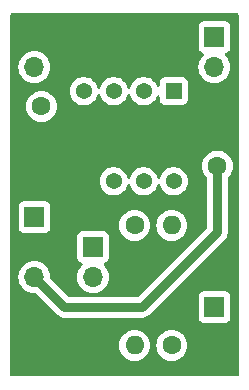
<source format=gbr>
%TF.GenerationSoftware,KiCad,Pcbnew,8.0.6*%
%TF.CreationDate,2025-02-14T15:15:11-07:00*%
%TF.ProjectId,KiCad_Curve_Tracer,4b694361-645f-4437-9572-76655f547261,rev?*%
%TF.SameCoordinates,Original*%
%TF.FileFunction,Copper,L2,Bot*%
%TF.FilePolarity,Positive*%
%FSLAX46Y46*%
G04 Gerber Fmt 4.6, Leading zero omitted, Abs format (unit mm)*
G04 Created by KiCad (PCBNEW 8.0.6) date 2025-02-14 15:15:11*
%MOMM*%
%LPD*%
G01*
G04 APERTURE LIST*
%TA.AperFunction,ComponentPad*%
%ADD10R,1.700000X1.700000*%
%TD*%
%TA.AperFunction,ComponentPad*%
%ADD11O,1.700000X1.700000*%
%TD*%
%TA.AperFunction,ComponentPad*%
%ADD12C,1.600000*%
%TD*%
%TA.AperFunction,ComponentPad*%
%ADD13O,1.600000X1.600000*%
%TD*%
%TA.AperFunction,ComponentPad*%
%ADD14R,1.371600X1.371600*%
%TD*%
%TA.AperFunction,ComponentPad*%
%ADD15C,1.371600*%
%TD*%
%TA.AperFunction,Conductor*%
%ADD16C,0.750000*%
%TD*%
G04 APERTURE END LIST*
D10*
%TO.P,J1,1,Pin_1*%
%TO.N,GND*%
X45720000Y-35560000D03*
D11*
%TO.P,J1,2,Pin_2*%
%TO.N,/opamp curve tracer/Vi*%
X45720000Y-38100000D03*
%TD*%
D10*
%TO.P,J5,1,Pin_1*%
%TO.N,/opamp curve tracer/Vo*%
X60960000Y-58420000D03*
D11*
%TO.P,J5,2,Pin_2*%
%TO.N,GND*%
X60960000Y-60960000D03*
%TD*%
D12*
%TO.P,R1,1*%
%TO.N,/opamp curve tracer/rng*%
X57340842Y-61653113D03*
D13*
%TO.P,R1,2*%
%TO.N,/opamp curve tracer/Vo*%
X57340842Y-51493113D03*
%TD*%
D10*
%TO.P,J2,1,Pin_1*%
%TO.N,/opamp curve tracer/DUT+*%
X60960000Y-35560000D03*
D11*
%TO.P,J2,2,Pin_2*%
%TO.N,/opamp curve tracer/DUT-*%
X60960000Y-38100000D03*
%TD*%
D12*
%TO.P,C2,1*%
%TO.N,/opamp curve tracer/V-*%
X46314710Y-41422000D03*
%TO.P,C2,2*%
%TO.N,GND*%
X46314710Y-43922000D03*
%TD*%
D14*
%TO.P,U1,1*%
%TO.N,/opamp curve tracer/DUT+*%
X57513415Y-40125370D03*
D15*
%TO.P,U1,2,-*%
X54973415Y-40125370D03*
%TO.P,U1,3,+*%
%TO.N,/opamp curve tracer/Vi*%
X52433415Y-40125370D03*
%TO.P,U1,4,V-*%
%TO.N,/opamp curve tracer/V-*%
X49893415Y-40125370D03*
%TO.P,U1,5,+*%
%TO.N,GND*%
X49893415Y-47745370D03*
%TO.P,U1,6,-*%
%TO.N,/opamp curve tracer/DUT-*%
X52433415Y-47745370D03*
%TO.P,U1,7*%
%TO.N,/opamp curve tracer/Vo*%
X54973415Y-47745370D03*
%TO.P,U1,8,V+*%
%TO.N,/opamp curve tracer/V+*%
X57513415Y-47745370D03*
%TD*%
D12*
%TO.P,R2,1*%
%TO.N,/opamp curve tracer/DUT-*%
X54204239Y-51493113D03*
D13*
%TO.P,R2,2*%
%TO.N,/opamp curve tracer/rng*%
X54204239Y-61653113D03*
%TD*%
D12*
%TO.P,C1,1*%
%TO.N,/opamp curve tracer/V+*%
X61214000Y-46462000D03*
%TO.P,C1,2*%
%TO.N,GND*%
X61214000Y-43962000D03*
%TD*%
D10*
%TO.P,J4,1,Pin_1*%
%TO.N,/opamp curve tracer/V-*%
X45720000Y-50800000D03*
D11*
%TO.P,J4,2,Pin_2*%
%TO.N,GND*%
X45720000Y-53340000D03*
%TO.P,J4,3,Pin_3*%
%TO.N,/opamp curve tracer/V+*%
X45720000Y-55880000D03*
%TD*%
D10*
%TO.P,J3,1,Pin_1*%
%TO.N,/opamp curve tracer/Vo*%
X50681593Y-53340000D03*
D11*
%TO.P,J3,2,Pin_2*%
%TO.N,/opamp curve tracer/rng*%
X50681593Y-55880000D03*
%TD*%
D16*
%TO.N,/opamp curve tracer/V+*%
X54864000Y-58420000D02*
X61214000Y-52070000D01*
X61214000Y-52070000D02*
X61214000Y-46462000D01*
X48260000Y-58420000D02*
X54864000Y-58420000D01*
X48260000Y-58420000D02*
X45720000Y-55880000D01*
%TD*%
%TA.AperFunction,Conductor*%
%TO.N,GND*%
G36*
X62942539Y-33540185D02*
G01*
X62988294Y-33592989D01*
X62999500Y-33644500D01*
X62999500Y-64145500D01*
X62979815Y-64212539D01*
X62927011Y-64258294D01*
X62875500Y-64269500D01*
X43804500Y-64269500D01*
X43737461Y-64249815D01*
X43691706Y-64197011D01*
X43680500Y-64145500D01*
X43680500Y-61653111D01*
X52898771Y-61653111D01*
X52898771Y-61653114D01*
X52918603Y-61879799D01*
X52918605Y-61879810D01*
X52977497Y-62099601D01*
X52977500Y-62099610D01*
X53073670Y-62305845D01*
X53073671Y-62305847D01*
X53204193Y-62492254D01*
X53365097Y-62653158D01*
X53365100Y-62653160D01*
X53551505Y-62783681D01*
X53757743Y-62879852D01*
X53977547Y-62938748D01*
X54139469Y-62952914D01*
X54204237Y-62958581D01*
X54204239Y-62958581D01*
X54204241Y-62958581D01*
X54260912Y-62953622D01*
X54430931Y-62938748D01*
X54650735Y-62879852D01*
X54856973Y-62783681D01*
X55043378Y-62653160D01*
X55204286Y-62492252D01*
X55334807Y-62305847D01*
X55430978Y-62099609D01*
X55489874Y-61879805D01*
X55509707Y-61653113D01*
X55509707Y-61653111D01*
X56035374Y-61653111D01*
X56035374Y-61653114D01*
X56055206Y-61879799D01*
X56055208Y-61879810D01*
X56114100Y-62099601D01*
X56114103Y-62099610D01*
X56210273Y-62305845D01*
X56210274Y-62305847D01*
X56340796Y-62492254D01*
X56501700Y-62653158D01*
X56501703Y-62653160D01*
X56688108Y-62783681D01*
X56894346Y-62879852D01*
X57114150Y-62938748D01*
X57276072Y-62952914D01*
X57340840Y-62958581D01*
X57340842Y-62958581D01*
X57340844Y-62958581D01*
X57397515Y-62953622D01*
X57567534Y-62938748D01*
X57787338Y-62879852D01*
X57993576Y-62783681D01*
X58179981Y-62653160D01*
X58340889Y-62492252D01*
X58471410Y-62305847D01*
X58567581Y-62099609D01*
X58626477Y-61879805D01*
X58646310Y-61653113D01*
X58626477Y-61426421D01*
X58567581Y-61206617D01*
X58471410Y-61000379D01*
X58340889Y-60813974D01*
X58340887Y-60813971D01*
X58179983Y-60653067D01*
X57993576Y-60522545D01*
X57993574Y-60522544D01*
X57787339Y-60426374D01*
X57787330Y-60426371D01*
X57567539Y-60367479D01*
X57567535Y-60367478D01*
X57567534Y-60367478D01*
X57567533Y-60367477D01*
X57567528Y-60367477D01*
X57340844Y-60347645D01*
X57340840Y-60347645D01*
X57114155Y-60367477D01*
X57114144Y-60367479D01*
X56894353Y-60426371D01*
X56894344Y-60426374D01*
X56688109Y-60522544D01*
X56688107Y-60522545D01*
X56501700Y-60653067D01*
X56340796Y-60813971D01*
X56210274Y-61000378D01*
X56210273Y-61000380D01*
X56114103Y-61206615D01*
X56114100Y-61206624D01*
X56055208Y-61426415D01*
X56055206Y-61426426D01*
X56035374Y-61653111D01*
X55509707Y-61653111D01*
X55489874Y-61426421D01*
X55430978Y-61206617D01*
X55334807Y-61000379D01*
X55204286Y-60813974D01*
X55204284Y-60813971D01*
X55043380Y-60653067D01*
X54856973Y-60522545D01*
X54856971Y-60522544D01*
X54650736Y-60426374D01*
X54650727Y-60426371D01*
X54430936Y-60367479D01*
X54430932Y-60367478D01*
X54430931Y-60367478D01*
X54430930Y-60367477D01*
X54430925Y-60367477D01*
X54204241Y-60347645D01*
X54204237Y-60347645D01*
X53977552Y-60367477D01*
X53977541Y-60367479D01*
X53757750Y-60426371D01*
X53757741Y-60426374D01*
X53551506Y-60522544D01*
X53551504Y-60522545D01*
X53365097Y-60653067D01*
X53204193Y-60813971D01*
X53073671Y-61000378D01*
X53073670Y-61000380D01*
X52977500Y-61206615D01*
X52977497Y-61206624D01*
X52918605Y-61426415D01*
X52918603Y-61426426D01*
X52898771Y-61653111D01*
X43680500Y-61653111D01*
X43680500Y-55879999D01*
X44364341Y-55879999D01*
X44364341Y-55880000D01*
X44384936Y-56115403D01*
X44384938Y-56115413D01*
X44446094Y-56343655D01*
X44446096Y-56343659D01*
X44446097Y-56343663D01*
X44545965Y-56557830D01*
X44545967Y-56557834D01*
X44654281Y-56712521D01*
X44681505Y-56751401D01*
X44848599Y-56918495D01*
X44945384Y-56986265D01*
X45042165Y-57054032D01*
X45042167Y-57054033D01*
X45042170Y-57054035D01*
X45256337Y-57153903D01*
X45484592Y-57215063D01*
X45672918Y-57231539D01*
X45719999Y-57235659D01*
X45720000Y-57235659D01*
X45770457Y-57231244D01*
X45838957Y-57245010D01*
X45868947Y-57267091D01*
X47701897Y-59100042D01*
X47701901Y-59100045D01*
X47845288Y-59195854D01*
X47845301Y-59195861D01*
X48004621Y-59261853D01*
X48004626Y-59261855D01*
X48173766Y-59295499D01*
X48173769Y-59295500D01*
X48173771Y-59295500D01*
X54950231Y-59295500D01*
X54950232Y-59295499D01*
X55119374Y-59261855D01*
X55278705Y-59195858D01*
X55422099Y-59100045D01*
X57000009Y-57522135D01*
X59609500Y-57522135D01*
X59609500Y-59317870D01*
X59609501Y-59317876D01*
X59615908Y-59377483D01*
X59666202Y-59512328D01*
X59666206Y-59512335D01*
X59752452Y-59627544D01*
X59752455Y-59627547D01*
X59867664Y-59713793D01*
X59867671Y-59713797D01*
X60002517Y-59764091D01*
X60002516Y-59764091D01*
X60009444Y-59764835D01*
X60062127Y-59770500D01*
X61857872Y-59770499D01*
X61917483Y-59764091D01*
X62052331Y-59713796D01*
X62167546Y-59627546D01*
X62253796Y-59512331D01*
X62304091Y-59377483D01*
X62310500Y-59317873D01*
X62310499Y-57522128D01*
X62304091Y-57462517D01*
X62253796Y-57327669D01*
X62253795Y-57327668D01*
X62253793Y-57327664D01*
X62167547Y-57212455D01*
X62167544Y-57212452D01*
X62052335Y-57126206D01*
X62052328Y-57126202D01*
X61917482Y-57075908D01*
X61917483Y-57075908D01*
X61857883Y-57069501D01*
X61857881Y-57069500D01*
X61857873Y-57069500D01*
X61857864Y-57069500D01*
X60062129Y-57069500D01*
X60062123Y-57069501D01*
X60002516Y-57075908D01*
X59867671Y-57126202D01*
X59867664Y-57126206D01*
X59752455Y-57212452D01*
X59752452Y-57212455D01*
X59666206Y-57327664D01*
X59666202Y-57327671D01*
X59615908Y-57462517D01*
X59610999Y-57508181D01*
X59609501Y-57522123D01*
X59609500Y-57522135D01*
X57000009Y-57522135D01*
X61894045Y-52628099D01*
X61989858Y-52484705D01*
X62055855Y-52325374D01*
X62089500Y-52156229D01*
X62089500Y-51983771D01*
X62089500Y-47477048D01*
X62109185Y-47410009D01*
X62125814Y-47389371D01*
X62214047Y-47301139D01*
X62344568Y-47114734D01*
X62440739Y-46908496D01*
X62499635Y-46688692D01*
X62519468Y-46462000D01*
X62499635Y-46235308D01*
X62440739Y-46015504D01*
X62344568Y-45809266D01*
X62214047Y-45622861D01*
X62214045Y-45622858D01*
X62053141Y-45461954D01*
X61866734Y-45331432D01*
X61866732Y-45331431D01*
X61660497Y-45235261D01*
X61660488Y-45235258D01*
X61440697Y-45176366D01*
X61440693Y-45176365D01*
X61440692Y-45176365D01*
X61440691Y-45176364D01*
X61440686Y-45176364D01*
X61214002Y-45156532D01*
X61213998Y-45156532D01*
X60987313Y-45176364D01*
X60987302Y-45176366D01*
X60767511Y-45235258D01*
X60767502Y-45235261D01*
X60561267Y-45331431D01*
X60561265Y-45331432D01*
X60374858Y-45461954D01*
X60213954Y-45622858D01*
X60083432Y-45809265D01*
X60083431Y-45809267D01*
X59987261Y-46015502D01*
X59987258Y-46015511D01*
X59928366Y-46235302D01*
X59928364Y-46235313D01*
X59908532Y-46461998D01*
X59908532Y-46462001D01*
X59928364Y-46688686D01*
X59928366Y-46688697D01*
X59987258Y-46908488D01*
X59987261Y-46908497D01*
X60083431Y-47114732D01*
X60083432Y-47114734D01*
X60213951Y-47301137D01*
X60213952Y-47301138D01*
X60213953Y-47301139D01*
X60302182Y-47389368D01*
X60335666Y-47450689D01*
X60338500Y-47477048D01*
X60338500Y-51655994D01*
X60318815Y-51723033D01*
X60302181Y-51743675D01*
X54537675Y-57508181D01*
X54476352Y-57541666D01*
X54449994Y-57544500D01*
X48674006Y-57544500D01*
X48606967Y-57524815D01*
X48586325Y-57508181D01*
X47107091Y-56028947D01*
X47073606Y-55967624D01*
X47071244Y-55930457D01*
X47075659Y-55880000D01*
X47075659Y-55879999D01*
X49325934Y-55879999D01*
X49325934Y-55880000D01*
X49346529Y-56115403D01*
X49346531Y-56115413D01*
X49407687Y-56343655D01*
X49407689Y-56343659D01*
X49407690Y-56343663D01*
X49507558Y-56557830D01*
X49507560Y-56557834D01*
X49615874Y-56712521D01*
X49643098Y-56751401D01*
X49810192Y-56918495D01*
X49906977Y-56986265D01*
X50003758Y-57054032D01*
X50003760Y-57054033D01*
X50003763Y-57054035D01*
X50217930Y-57153903D01*
X50446185Y-57215063D01*
X50634511Y-57231539D01*
X50681592Y-57235659D01*
X50681593Y-57235659D01*
X50681594Y-57235659D01*
X50720827Y-57232226D01*
X50917001Y-57215063D01*
X51145256Y-57153903D01*
X51359423Y-57054035D01*
X51552994Y-56918495D01*
X51720088Y-56751401D01*
X51855628Y-56557830D01*
X51955496Y-56343663D01*
X52016656Y-56115408D01*
X52037252Y-55880000D01*
X52016656Y-55644592D01*
X51955496Y-55416337D01*
X51855628Y-55202171D01*
X51720088Y-55008599D01*
X51598160Y-54886671D01*
X51564677Y-54825351D01*
X51569661Y-54755659D01*
X51611532Y-54699725D01*
X51642508Y-54682810D01*
X51773924Y-54633796D01*
X51889139Y-54547546D01*
X51975389Y-54432331D01*
X52025684Y-54297483D01*
X52032093Y-54237873D01*
X52032092Y-52442128D01*
X52025684Y-52382517D01*
X52006936Y-52332252D01*
X51975390Y-52247671D01*
X51975386Y-52247664D01*
X51889140Y-52132455D01*
X51889137Y-52132452D01*
X51773928Y-52046206D01*
X51773921Y-52046202D01*
X51639075Y-51995908D01*
X51639076Y-51995908D01*
X51579476Y-51989501D01*
X51579474Y-51989500D01*
X51579466Y-51989500D01*
X51579457Y-51989500D01*
X49783722Y-51989500D01*
X49783716Y-51989501D01*
X49724109Y-51995908D01*
X49589264Y-52046202D01*
X49589257Y-52046206D01*
X49474048Y-52132452D01*
X49474045Y-52132455D01*
X49387799Y-52247664D01*
X49387795Y-52247671D01*
X49337501Y-52382517D01*
X49331094Y-52442116D01*
X49331094Y-52442123D01*
X49331093Y-52442135D01*
X49331093Y-54237870D01*
X49331094Y-54237876D01*
X49337501Y-54297483D01*
X49387795Y-54432328D01*
X49387799Y-54432335D01*
X49474045Y-54547544D01*
X49474048Y-54547547D01*
X49589257Y-54633793D01*
X49589264Y-54633797D01*
X49720674Y-54682810D01*
X49776608Y-54724681D01*
X49801025Y-54790145D01*
X49786173Y-54858418D01*
X49765023Y-54886673D01*
X49643096Y-55008600D01*
X49507558Y-55202169D01*
X49507557Y-55202171D01*
X49407691Y-55416335D01*
X49407687Y-55416344D01*
X49346531Y-55644586D01*
X49346529Y-55644596D01*
X49325934Y-55879999D01*
X47075659Y-55879999D01*
X47055063Y-55644596D01*
X47055063Y-55644592D01*
X46993903Y-55416337D01*
X46894035Y-55202171D01*
X46758495Y-55008599D01*
X46758494Y-55008597D01*
X46591402Y-54841506D01*
X46591395Y-54841501D01*
X46397834Y-54705967D01*
X46397830Y-54705965D01*
X46348174Y-54682810D01*
X46183663Y-54606097D01*
X46183659Y-54606096D01*
X46183655Y-54606094D01*
X45955413Y-54544938D01*
X45955403Y-54544936D01*
X45720001Y-54524341D01*
X45719999Y-54524341D01*
X45484596Y-54544936D01*
X45484586Y-54544938D01*
X45256344Y-54606094D01*
X45256335Y-54606098D01*
X45042171Y-54705964D01*
X45042169Y-54705965D01*
X44848597Y-54841505D01*
X44681505Y-55008597D01*
X44545965Y-55202169D01*
X44545964Y-55202171D01*
X44446098Y-55416335D01*
X44446094Y-55416344D01*
X44384938Y-55644586D01*
X44384936Y-55644596D01*
X44364341Y-55879999D01*
X43680500Y-55879999D01*
X43680500Y-49902135D01*
X44369500Y-49902135D01*
X44369500Y-51697870D01*
X44369501Y-51697876D01*
X44375908Y-51757483D01*
X44426202Y-51892328D01*
X44426206Y-51892335D01*
X44512452Y-52007544D01*
X44512455Y-52007547D01*
X44627664Y-52093793D01*
X44627671Y-52093797D01*
X44762517Y-52144091D01*
X44762516Y-52144091D01*
X44769444Y-52144835D01*
X44822127Y-52150500D01*
X46617872Y-52150499D01*
X46677483Y-52144091D01*
X46812331Y-52093796D01*
X46927546Y-52007546D01*
X47013796Y-51892331D01*
X47064091Y-51757483D01*
X47070500Y-51697873D01*
X47070500Y-51493111D01*
X52898771Y-51493111D01*
X52898771Y-51493114D01*
X52918603Y-51719799D01*
X52918605Y-51719810D01*
X52977497Y-51939601D01*
X52977500Y-51939610D01*
X53073670Y-52145845D01*
X53073671Y-52145847D01*
X53204193Y-52332254D01*
X53365097Y-52493158D01*
X53365100Y-52493160D01*
X53551505Y-52623681D01*
X53757743Y-52719852D01*
X53977547Y-52778748D01*
X54139469Y-52792914D01*
X54204237Y-52798581D01*
X54204239Y-52798581D01*
X54204241Y-52798581D01*
X54260912Y-52793622D01*
X54430931Y-52778748D01*
X54650735Y-52719852D01*
X54856973Y-52623681D01*
X55043378Y-52493160D01*
X55204286Y-52332252D01*
X55334807Y-52145847D01*
X55430978Y-51939609D01*
X55489874Y-51719805D01*
X55509707Y-51493113D01*
X55509707Y-51493111D01*
X56035374Y-51493111D01*
X56035374Y-51493114D01*
X56055206Y-51719799D01*
X56055208Y-51719810D01*
X56114100Y-51939601D01*
X56114103Y-51939610D01*
X56210273Y-52145845D01*
X56210274Y-52145847D01*
X56340796Y-52332254D01*
X56501700Y-52493158D01*
X56501703Y-52493160D01*
X56688108Y-52623681D01*
X56894346Y-52719852D01*
X57114150Y-52778748D01*
X57276072Y-52792914D01*
X57340840Y-52798581D01*
X57340842Y-52798581D01*
X57340844Y-52798581D01*
X57397515Y-52793622D01*
X57567534Y-52778748D01*
X57787338Y-52719852D01*
X57993576Y-52623681D01*
X58179981Y-52493160D01*
X58340889Y-52332252D01*
X58471410Y-52145847D01*
X58567581Y-51939609D01*
X58626477Y-51719805D01*
X58646310Y-51493113D01*
X58626477Y-51266421D01*
X58567581Y-51046617D01*
X58471410Y-50840379D01*
X58340889Y-50653974D01*
X58340887Y-50653971D01*
X58179983Y-50493067D01*
X57993576Y-50362545D01*
X57993574Y-50362544D01*
X57787339Y-50266374D01*
X57787330Y-50266371D01*
X57567539Y-50207479D01*
X57567535Y-50207478D01*
X57567534Y-50207478D01*
X57567533Y-50207477D01*
X57567528Y-50207477D01*
X57340844Y-50187645D01*
X57340840Y-50187645D01*
X57114155Y-50207477D01*
X57114144Y-50207479D01*
X56894353Y-50266371D01*
X56894344Y-50266374D01*
X56688109Y-50362544D01*
X56688107Y-50362545D01*
X56501700Y-50493067D01*
X56340796Y-50653971D01*
X56210274Y-50840378D01*
X56210273Y-50840380D01*
X56114103Y-51046615D01*
X56114100Y-51046624D01*
X56055208Y-51266415D01*
X56055206Y-51266426D01*
X56035374Y-51493111D01*
X55509707Y-51493111D01*
X55489874Y-51266421D01*
X55430978Y-51046617D01*
X55334807Y-50840379D01*
X55204286Y-50653974D01*
X55204284Y-50653971D01*
X55043380Y-50493067D01*
X54856973Y-50362545D01*
X54856971Y-50362544D01*
X54650736Y-50266374D01*
X54650727Y-50266371D01*
X54430936Y-50207479D01*
X54430932Y-50207478D01*
X54430931Y-50207478D01*
X54430930Y-50207477D01*
X54430925Y-50207477D01*
X54204241Y-50187645D01*
X54204237Y-50187645D01*
X53977552Y-50207477D01*
X53977541Y-50207479D01*
X53757750Y-50266371D01*
X53757741Y-50266374D01*
X53551506Y-50362544D01*
X53551504Y-50362545D01*
X53365097Y-50493067D01*
X53204193Y-50653971D01*
X53073671Y-50840378D01*
X53073670Y-50840380D01*
X52977500Y-51046615D01*
X52977497Y-51046624D01*
X52918605Y-51266415D01*
X52918603Y-51266426D01*
X52898771Y-51493111D01*
X47070500Y-51493111D01*
X47070499Y-49902128D01*
X47064091Y-49842517D01*
X47013796Y-49707669D01*
X47013795Y-49707668D01*
X47013793Y-49707664D01*
X46927547Y-49592455D01*
X46927544Y-49592452D01*
X46812335Y-49506206D01*
X46812328Y-49506202D01*
X46677482Y-49455908D01*
X46677483Y-49455908D01*
X46617883Y-49449501D01*
X46617881Y-49449500D01*
X46617873Y-49449500D01*
X46617864Y-49449500D01*
X44822129Y-49449500D01*
X44822123Y-49449501D01*
X44762516Y-49455908D01*
X44627671Y-49506202D01*
X44627664Y-49506206D01*
X44512455Y-49592452D01*
X44512452Y-49592455D01*
X44426206Y-49707664D01*
X44426202Y-49707671D01*
X44375908Y-49842517D01*
X44369501Y-49902116D01*
X44369501Y-49902123D01*
X44369500Y-49902135D01*
X43680500Y-49902135D01*
X43680500Y-47745370D01*
X51242033Y-47745370D01*
X51262318Y-47964283D01*
X51322484Y-48175749D01*
X51420478Y-48372546D01*
X51420483Y-48372554D01*
X51486727Y-48460275D01*
X51552973Y-48547999D01*
X51715447Y-48696113D01*
X51902370Y-48811851D01*
X52107378Y-48891272D01*
X52323488Y-48931670D01*
X52323490Y-48931670D01*
X52543340Y-48931670D01*
X52543342Y-48931670D01*
X52759452Y-48891272D01*
X52964460Y-48811851D01*
X53151383Y-48696113D01*
X53313857Y-48547999D01*
X53446348Y-48372552D01*
X53544346Y-48175747D01*
X53584148Y-48035852D01*
X53621427Y-47976760D01*
X53684737Y-47947202D01*
X53753976Y-47956564D01*
X53807163Y-48001873D01*
X53822682Y-48035854D01*
X53862484Y-48175749D01*
X53960478Y-48372546D01*
X53960483Y-48372554D01*
X54026727Y-48460275D01*
X54092973Y-48547999D01*
X54255447Y-48696113D01*
X54442370Y-48811851D01*
X54647378Y-48891272D01*
X54863488Y-48931670D01*
X54863490Y-48931670D01*
X55083340Y-48931670D01*
X55083342Y-48931670D01*
X55299452Y-48891272D01*
X55504460Y-48811851D01*
X55691383Y-48696113D01*
X55853857Y-48547999D01*
X55986348Y-48372552D01*
X56084346Y-48175747D01*
X56124148Y-48035852D01*
X56161427Y-47976760D01*
X56224737Y-47947202D01*
X56293976Y-47956564D01*
X56347163Y-48001873D01*
X56362682Y-48035854D01*
X56402484Y-48175749D01*
X56500478Y-48372546D01*
X56500483Y-48372554D01*
X56566727Y-48460275D01*
X56632973Y-48547999D01*
X56795447Y-48696113D01*
X56982370Y-48811851D01*
X57187378Y-48891272D01*
X57403488Y-48931670D01*
X57403490Y-48931670D01*
X57623340Y-48931670D01*
X57623342Y-48931670D01*
X57839452Y-48891272D01*
X58044460Y-48811851D01*
X58231383Y-48696113D01*
X58393857Y-48547999D01*
X58526348Y-48372552D01*
X58624346Y-48175747D01*
X58684511Y-47964286D01*
X58704797Y-47745370D01*
X58684511Y-47526454D01*
X58624346Y-47314993D01*
X58624345Y-47314990D01*
X58526351Y-47118193D01*
X58526346Y-47118185D01*
X58491883Y-47072549D01*
X58393857Y-46942741D01*
X58231383Y-46794627D01*
X58206316Y-46779106D01*
X58044461Y-46678889D01*
X58044459Y-46678888D01*
X57973697Y-46651475D01*
X57839452Y-46599468D01*
X57623342Y-46559070D01*
X57403488Y-46559070D01*
X57187378Y-46599468D01*
X57130134Y-46621644D01*
X56982370Y-46678888D01*
X56982368Y-46678889D01*
X56795451Y-46794624D01*
X56795449Y-46794625D01*
X56795447Y-46794627D01*
X56670547Y-46908488D01*
X56632972Y-46942742D01*
X56500483Y-47118185D01*
X56500478Y-47118193D01*
X56402485Y-47314989D01*
X56402485Y-47314990D01*
X56402484Y-47314993D01*
X56381324Y-47389366D01*
X56362682Y-47454886D01*
X56325403Y-47513979D01*
X56262093Y-47543537D01*
X56192853Y-47534175D01*
X56139667Y-47488866D01*
X56124148Y-47454886D01*
X56115840Y-47425686D01*
X56084346Y-47314993D01*
X56082790Y-47311868D01*
X55986351Y-47118193D01*
X55986346Y-47118185D01*
X55951883Y-47072549D01*
X55853857Y-46942741D01*
X55691383Y-46794627D01*
X55666316Y-46779106D01*
X55504461Y-46678889D01*
X55504459Y-46678888D01*
X55433697Y-46651475D01*
X55299452Y-46599468D01*
X55083342Y-46559070D01*
X54863488Y-46559070D01*
X54647378Y-46599468D01*
X54590134Y-46621644D01*
X54442370Y-46678888D01*
X54442368Y-46678889D01*
X54255451Y-46794624D01*
X54255449Y-46794625D01*
X54255447Y-46794627D01*
X54130547Y-46908488D01*
X54092972Y-46942742D01*
X53960483Y-47118185D01*
X53960478Y-47118193D01*
X53862485Y-47314989D01*
X53862485Y-47314990D01*
X53862484Y-47314993D01*
X53841324Y-47389366D01*
X53822682Y-47454886D01*
X53785403Y-47513979D01*
X53722093Y-47543537D01*
X53652853Y-47534175D01*
X53599667Y-47488866D01*
X53584148Y-47454886D01*
X53575840Y-47425686D01*
X53544346Y-47314993D01*
X53542790Y-47311868D01*
X53446351Y-47118193D01*
X53446346Y-47118185D01*
X53411883Y-47072549D01*
X53313857Y-46942741D01*
X53151383Y-46794627D01*
X53126316Y-46779106D01*
X52964461Y-46678889D01*
X52964459Y-46678888D01*
X52893697Y-46651475D01*
X52759452Y-46599468D01*
X52543342Y-46559070D01*
X52323488Y-46559070D01*
X52107378Y-46599468D01*
X52050134Y-46621644D01*
X51902370Y-46678888D01*
X51902368Y-46678889D01*
X51715451Y-46794624D01*
X51715449Y-46794625D01*
X51715447Y-46794627D01*
X51590547Y-46908488D01*
X51552972Y-46942742D01*
X51420483Y-47118185D01*
X51420478Y-47118193D01*
X51322484Y-47314990D01*
X51262318Y-47526456D01*
X51242033Y-47745370D01*
X43680500Y-47745370D01*
X43680500Y-41421998D01*
X45009242Y-41421998D01*
X45009242Y-41422001D01*
X45029074Y-41648686D01*
X45029076Y-41648697D01*
X45087968Y-41868488D01*
X45087971Y-41868497D01*
X45184141Y-42074732D01*
X45184142Y-42074734D01*
X45314664Y-42261141D01*
X45475568Y-42422045D01*
X45475571Y-42422047D01*
X45661976Y-42552568D01*
X45868214Y-42648739D01*
X46088018Y-42707635D01*
X46249940Y-42721801D01*
X46314708Y-42727468D01*
X46314710Y-42727468D01*
X46314712Y-42727468D01*
X46371383Y-42722509D01*
X46541402Y-42707635D01*
X46761206Y-42648739D01*
X46967444Y-42552568D01*
X47153849Y-42422047D01*
X47314757Y-42261139D01*
X47445278Y-42074734D01*
X47541449Y-41868496D01*
X47600345Y-41648692D01*
X47620178Y-41422000D01*
X47600345Y-41195308D01*
X47541449Y-40975504D01*
X47445278Y-40769266D01*
X47314757Y-40582861D01*
X47314755Y-40582858D01*
X47153851Y-40421954D01*
X46967444Y-40291432D01*
X46967442Y-40291431D01*
X46761207Y-40195261D01*
X46761198Y-40195258D01*
X46541407Y-40136366D01*
X46541403Y-40136365D01*
X46541402Y-40136365D01*
X46541401Y-40136364D01*
X46541396Y-40136364D01*
X46415732Y-40125370D01*
X48702033Y-40125370D01*
X48722318Y-40344283D01*
X48782484Y-40555749D01*
X48880478Y-40752546D01*
X48880483Y-40752554D01*
X48946727Y-40840275D01*
X49012973Y-40927999D01*
X49175447Y-41076113D01*
X49300062Y-41153271D01*
X49325002Y-41168714D01*
X49362370Y-41191851D01*
X49567378Y-41271272D01*
X49783488Y-41311670D01*
X49783490Y-41311670D01*
X50003340Y-41311670D01*
X50003342Y-41311670D01*
X50219452Y-41271272D01*
X50424460Y-41191851D01*
X50611383Y-41076113D01*
X50773857Y-40927999D01*
X50906348Y-40752552D01*
X51004346Y-40555747D01*
X51044148Y-40415852D01*
X51081427Y-40356760D01*
X51144737Y-40327202D01*
X51213976Y-40336564D01*
X51267163Y-40381873D01*
X51282680Y-40415851D01*
X51297759Y-40468847D01*
X51322484Y-40555749D01*
X51420478Y-40752546D01*
X51420483Y-40752554D01*
X51486727Y-40840275D01*
X51552973Y-40927999D01*
X51715447Y-41076113D01*
X51840062Y-41153271D01*
X51865002Y-41168714D01*
X51902370Y-41191851D01*
X52107378Y-41271272D01*
X52323488Y-41311670D01*
X52323490Y-41311670D01*
X52543340Y-41311670D01*
X52543342Y-41311670D01*
X52759452Y-41271272D01*
X52964460Y-41191851D01*
X53151383Y-41076113D01*
X53313857Y-40927999D01*
X53446348Y-40752552D01*
X53544346Y-40555747D01*
X53584148Y-40415852D01*
X53621427Y-40356760D01*
X53684737Y-40327202D01*
X53753976Y-40336564D01*
X53807163Y-40381873D01*
X53822680Y-40415851D01*
X53837759Y-40468847D01*
X53862484Y-40555749D01*
X53960478Y-40752546D01*
X53960483Y-40752554D01*
X54026727Y-40840275D01*
X54092973Y-40927999D01*
X54255447Y-41076113D01*
X54380062Y-41153271D01*
X54405002Y-41168714D01*
X54442370Y-41191851D01*
X54647378Y-41271272D01*
X54863488Y-41311670D01*
X54863490Y-41311670D01*
X55083340Y-41311670D01*
X55083342Y-41311670D01*
X55299452Y-41271272D01*
X55504460Y-41191851D01*
X55691383Y-41076113D01*
X55853857Y-40927999D01*
X55986348Y-40752552D01*
X56084346Y-40555747D01*
X56084347Y-40555741D01*
X56086417Y-40550402D01*
X56087955Y-40550997D01*
X56121103Y-40498421D01*
X56184405Y-40468847D01*
X56253647Y-40478190D01*
X56306845Y-40523486D01*
X56327110Y-40590352D01*
X56327115Y-40591427D01*
X56327115Y-40859039D01*
X56327116Y-40859046D01*
X56333523Y-40918653D01*
X56383817Y-41053498D01*
X56383821Y-41053505D01*
X56470067Y-41168714D01*
X56470070Y-41168717D01*
X56585279Y-41254963D01*
X56585286Y-41254967D01*
X56720132Y-41305261D01*
X56720131Y-41305261D01*
X56727059Y-41306005D01*
X56779742Y-41311670D01*
X58247087Y-41311669D01*
X58306698Y-41305261D01*
X58441546Y-41254966D01*
X58556761Y-41168716D01*
X58643011Y-41053501D01*
X58693306Y-40918653D01*
X58699715Y-40859043D01*
X58699714Y-39391698D01*
X58693306Y-39332087D01*
X58689820Y-39322741D01*
X58643012Y-39197241D01*
X58643008Y-39197234D01*
X58556762Y-39082025D01*
X58556759Y-39082022D01*
X58441550Y-38995776D01*
X58441543Y-38995772D01*
X58306697Y-38945478D01*
X58306698Y-38945478D01*
X58247098Y-38939071D01*
X58247096Y-38939070D01*
X58247088Y-38939070D01*
X58247079Y-38939070D01*
X56779744Y-38939070D01*
X56779738Y-38939071D01*
X56720131Y-38945478D01*
X56585286Y-38995772D01*
X56585279Y-38995776D01*
X56470070Y-39082022D01*
X56470067Y-39082025D01*
X56383821Y-39197234D01*
X56383817Y-39197241D01*
X56333523Y-39332087D01*
X56327116Y-39391686D01*
X56327116Y-39391693D01*
X56327115Y-39391705D01*
X56327115Y-39659309D01*
X56307430Y-39726348D01*
X56254626Y-39772103D01*
X56185468Y-39782047D01*
X56121912Y-39753022D01*
X56087727Y-39699830D01*
X56086417Y-39700338D01*
X56084345Y-39694991D01*
X55986351Y-39498193D01*
X55986346Y-39498185D01*
X55905931Y-39391699D01*
X55853857Y-39322741D01*
X55691383Y-39174627D01*
X55633025Y-39138493D01*
X55504461Y-39058889D01*
X55504459Y-39058888D01*
X55433697Y-39031475D01*
X55299452Y-38979468D01*
X55083342Y-38939070D01*
X54863488Y-38939070D01*
X54647378Y-38979468D01*
X54590134Y-39001644D01*
X54442370Y-39058888D01*
X54442368Y-39058889D01*
X54255451Y-39174624D01*
X54255449Y-39174625D01*
X54255447Y-39174627D01*
X54146401Y-39274035D01*
X54092972Y-39322742D01*
X53960483Y-39498185D01*
X53960478Y-39498193D01*
X53862485Y-39694989D01*
X53862484Y-39694993D01*
X53837716Y-39782047D01*
X53822682Y-39834886D01*
X53785403Y-39893979D01*
X53722093Y-39923537D01*
X53652853Y-39914175D01*
X53599667Y-39868866D01*
X53584148Y-39834886D01*
X53544346Y-39694993D01*
X53526577Y-39659309D01*
X53446351Y-39498193D01*
X53446346Y-39498185D01*
X53365931Y-39391699D01*
X53313857Y-39322741D01*
X53151383Y-39174627D01*
X53093025Y-39138493D01*
X52964461Y-39058889D01*
X52964459Y-39058888D01*
X52893697Y-39031475D01*
X52759452Y-38979468D01*
X52543342Y-38939070D01*
X52323488Y-38939070D01*
X52107378Y-38979468D01*
X52050134Y-39001644D01*
X51902370Y-39058888D01*
X51902368Y-39058889D01*
X51715451Y-39174624D01*
X51715449Y-39174625D01*
X51715447Y-39174627D01*
X51606401Y-39274035D01*
X51552972Y-39322742D01*
X51420483Y-39498185D01*
X51420478Y-39498193D01*
X51322485Y-39694989D01*
X51322484Y-39694993D01*
X51297716Y-39782047D01*
X51282682Y-39834886D01*
X51245403Y-39893979D01*
X51182093Y-39923537D01*
X51112853Y-39914175D01*
X51059667Y-39868866D01*
X51044148Y-39834886D01*
X51004346Y-39694993D01*
X50986577Y-39659309D01*
X50906351Y-39498193D01*
X50906346Y-39498185D01*
X50825931Y-39391699D01*
X50773857Y-39322741D01*
X50611383Y-39174627D01*
X50553025Y-39138493D01*
X50424461Y-39058889D01*
X50424459Y-39058888D01*
X50353697Y-39031475D01*
X50219452Y-38979468D01*
X50003342Y-38939070D01*
X49783488Y-38939070D01*
X49567378Y-38979468D01*
X49510134Y-39001644D01*
X49362370Y-39058888D01*
X49362368Y-39058889D01*
X49175451Y-39174624D01*
X49175449Y-39174625D01*
X49175447Y-39174627D01*
X49066401Y-39274035D01*
X49012972Y-39322742D01*
X48880483Y-39498185D01*
X48880478Y-39498193D01*
X48782484Y-39694990D01*
X48722318Y-39906456D01*
X48702033Y-40125370D01*
X46415732Y-40125370D01*
X46314712Y-40116532D01*
X46314708Y-40116532D01*
X46088023Y-40136364D01*
X46088012Y-40136366D01*
X45868221Y-40195258D01*
X45868212Y-40195261D01*
X45661977Y-40291431D01*
X45661975Y-40291432D01*
X45475568Y-40421954D01*
X45314664Y-40582858D01*
X45184142Y-40769265D01*
X45184141Y-40769267D01*
X45087971Y-40975502D01*
X45087968Y-40975511D01*
X45029076Y-41195302D01*
X45029074Y-41195313D01*
X45009242Y-41421998D01*
X43680500Y-41421998D01*
X43680500Y-38099999D01*
X44364341Y-38099999D01*
X44364341Y-38100000D01*
X44384936Y-38335403D01*
X44384938Y-38335413D01*
X44446094Y-38563655D01*
X44446096Y-38563659D01*
X44446097Y-38563663D01*
X44545965Y-38777830D01*
X44545967Y-38777834D01*
X44654281Y-38932521D01*
X44681505Y-38971401D01*
X44848599Y-39138495D01*
X44900197Y-39174624D01*
X45042165Y-39274032D01*
X45042167Y-39274033D01*
X45042170Y-39274035D01*
X45256337Y-39373903D01*
X45484592Y-39435063D01*
X45672918Y-39451539D01*
X45719999Y-39455659D01*
X45720000Y-39455659D01*
X45720001Y-39455659D01*
X45759234Y-39452226D01*
X45955408Y-39435063D01*
X46183663Y-39373903D01*
X46397830Y-39274035D01*
X46591401Y-39138495D01*
X46758495Y-38971401D01*
X46894035Y-38777830D01*
X46993903Y-38563663D01*
X47055063Y-38335408D01*
X47075659Y-38100000D01*
X47075659Y-38099999D01*
X59604341Y-38099999D01*
X59604341Y-38100000D01*
X59624936Y-38335403D01*
X59624938Y-38335413D01*
X59686094Y-38563655D01*
X59686096Y-38563659D01*
X59686097Y-38563663D01*
X59785965Y-38777830D01*
X59785967Y-38777834D01*
X59894281Y-38932521D01*
X59921505Y-38971401D01*
X60088599Y-39138495D01*
X60140197Y-39174624D01*
X60282165Y-39274032D01*
X60282167Y-39274033D01*
X60282170Y-39274035D01*
X60496337Y-39373903D01*
X60724592Y-39435063D01*
X60912918Y-39451539D01*
X60959999Y-39455659D01*
X60960000Y-39455659D01*
X60960001Y-39455659D01*
X60999234Y-39452226D01*
X61195408Y-39435063D01*
X61423663Y-39373903D01*
X61637830Y-39274035D01*
X61831401Y-39138495D01*
X61998495Y-38971401D01*
X62134035Y-38777830D01*
X62233903Y-38563663D01*
X62295063Y-38335408D01*
X62315659Y-38100000D01*
X62295063Y-37864592D01*
X62233903Y-37636337D01*
X62134035Y-37422171D01*
X61998495Y-37228599D01*
X61876567Y-37106671D01*
X61843084Y-37045351D01*
X61848068Y-36975659D01*
X61889939Y-36919725D01*
X61920915Y-36902810D01*
X62052331Y-36853796D01*
X62167546Y-36767546D01*
X62253796Y-36652331D01*
X62304091Y-36517483D01*
X62310500Y-36457873D01*
X62310499Y-34662128D01*
X62304091Y-34602517D01*
X62253796Y-34467669D01*
X62253795Y-34467668D01*
X62253793Y-34467664D01*
X62167547Y-34352455D01*
X62167544Y-34352452D01*
X62052335Y-34266206D01*
X62052328Y-34266202D01*
X61917482Y-34215908D01*
X61917483Y-34215908D01*
X61857883Y-34209501D01*
X61857881Y-34209500D01*
X61857873Y-34209500D01*
X61857864Y-34209500D01*
X60062129Y-34209500D01*
X60062123Y-34209501D01*
X60002516Y-34215908D01*
X59867671Y-34266202D01*
X59867664Y-34266206D01*
X59752455Y-34352452D01*
X59752452Y-34352455D01*
X59666206Y-34467664D01*
X59666202Y-34467671D01*
X59615908Y-34602517D01*
X59609501Y-34662116D01*
X59609501Y-34662123D01*
X59609500Y-34662135D01*
X59609500Y-36457870D01*
X59609501Y-36457876D01*
X59615908Y-36517483D01*
X59666202Y-36652328D01*
X59666206Y-36652335D01*
X59752452Y-36767544D01*
X59752455Y-36767547D01*
X59867664Y-36853793D01*
X59867671Y-36853797D01*
X59999081Y-36902810D01*
X60055015Y-36944681D01*
X60079432Y-37010145D01*
X60064580Y-37078418D01*
X60043430Y-37106673D01*
X59921503Y-37228600D01*
X59785965Y-37422169D01*
X59785964Y-37422171D01*
X59686098Y-37636335D01*
X59686094Y-37636344D01*
X59624938Y-37864586D01*
X59624936Y-37864596D01*
X59604341Y-38099999D01*
X47075659Y-38099999D01*
X47055063Y-37864592D01*
X46993903Y-37636337D01*
X46894035Y-37422171D01*
X46758495Y-37228599D01*
X46758494Y-37228597D01*
X46591402Y-37061506D01*
X46591395Y-37061501D01*
X46397834Y-36925967D01*
X46397830Y-36925965D01*
X46348174Y-36902810D01*
X46183663Y-36826097D01*
X46183659Y-36826096D01*
X46183655Y-36826094D01*
X45955413Y-36764938D01*
X45955403Y-36764936D01*
X45720001Y-36744341D01*
X45719999Y-36744341D01*
X45484596Y-36764936D01*
X45484586Y-36764938D01*
X45256344Y-36826094D01*
X45256335Y-36826098D01*
X45042171Y-36925964D01*
X45042169Y-36925965D01*
X44848597Y-37061505D01*
X44681505Y-37228597D01*
X44545965Y-37422169D01*
X44545964Y-37422171D01*
X44446098Y-37636335D01*
X44446094Y-37636344D01*
X44384938Y-37864586D01*
X44384936Y-37864596D01*
X44364341Y-38099999D01*
X43680500Y-38099999D01*
X43680500Y-33644500D01*
X43700185Y-33577461D01*
X43752989Y-33531706D01*
X43804500Y-33520500D01*
X62875500Y-33520500D01*
X62942539Y-33540185D01*
G37*
%TD.AperFunction*%
%TD*%
M02*

</source>
